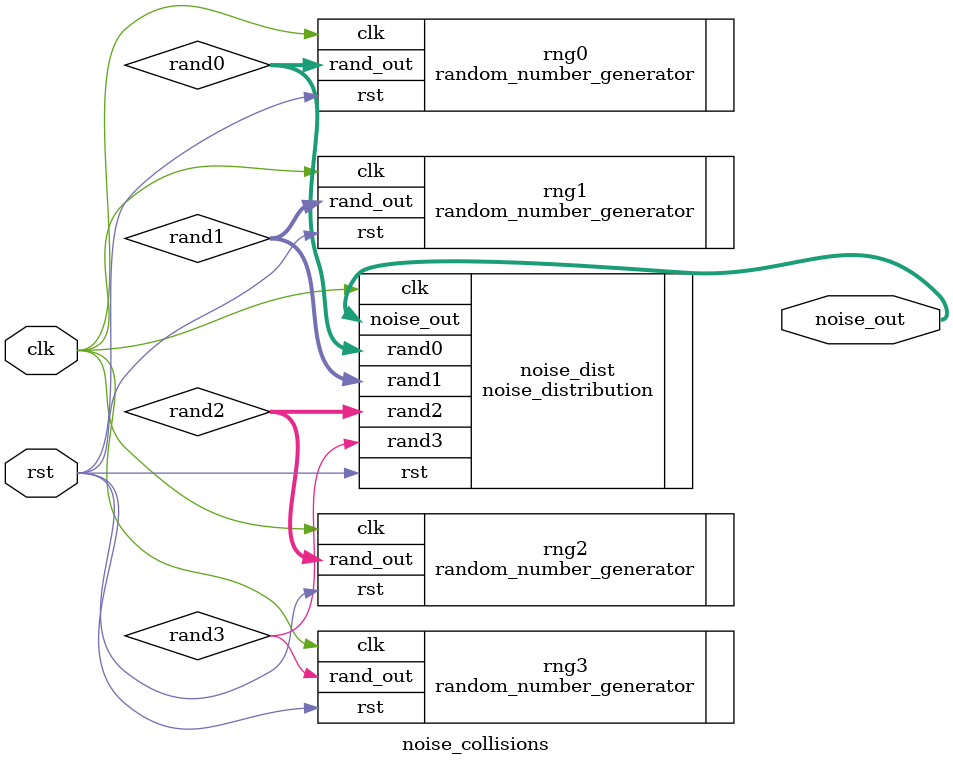
<source format=v>
module noise_collisions
#(
	parameter RAND_BITS = 10,
	parameter NOISE_OUT_BITS = 15,
	parameter MEM_NOISE_SIZE = 2**10,
	parameter MEM_NOISE0 = "NOISE_PART1.mif",
	parameter MEM_NOISE1 = "NOISE_PART2.mif",
	parameter MEM_NOISE2 = "NOISE_PART3.mif",
	//parameter MEM_NOISE0_THRESH = 1014,  //2 ADC
	//parameter MEM_NOISE1_THRESH = 1018   //2 ADC
	parameter MEM_NOISE0_THRESH = 1007,    // 8 ADC = 2 antigo * 4
	parameter MEM_NOISE1_THRESH = 1007     // 8 ADC = 2 antigo * 4
)
(
	input clk, rst,
	output signed [NOISE_OUT_BITS-1:0] noise_out
);


wire [RAND_BITS-1:0] rand0, rand1,rand2;
wire rand3;

random_number_generator
#(
	.RAND_OUT_SIZE(RAND_BITS),
	.LFSR_B(42),
	.SEED0(64'd3385518173586546),
	.SEED1(64'd3257678097006247),
	.SEED2(64'd1664473063922978),
	.SEED3(64'd2714018771534493),
	.SEED4(64'd4331765364734975),
	.SEED5(64'd3402324907939173),
	.SEED6(64'd1799718571452818)
) rng0
(
	.clk(clk), 
	.rst(rst),
	.rand_out(rand0)
);



random_number_generator
#(
	.RAND_OUT_SIZE(RAND_BITS),
	.LFSR_B(42),
	.SEED0(64'd551112509180781),
	.SEED1(64'd233547771528969),
	.SEED2(64'd2861039761049085),
	.SEED3(64'd3889845561991016),
	.SEED4(64'd2087774526352312),
	.SEED5(64'd1129108949171845),
	.SEED6(64'd4160722510354627)
) rng1
(
	.clk(clk), 
	.rst(rst),
	.rand_out(rand1)
);




random_number_generator
#(
	.RAND_OUT_SIZE(RAND_BITS),
	.LFSR_B(42),
	.SEED0(64'd267283878329760),
	.SEED1(64'd1459877861036897),
	.SEED2(64'd2178239822101905),
	.SEED3(64'd2324069583403116),
	.SEED4(64'd181753746744021),
	.SEED5(64'd416767256544381),
	.SEED6(64'd1416850994240968)
) rng2
(
	.clk(clk), 
	.rst(rst),
	.rand_out(rand2)
);

random_number_generator
#(
	.RAND_OUT_SIZE(1),
	.LFSR_B(42),
	.SEED0(64'd2007696818806566),
	.SEED1(64'd1332771774909742),
	.SEED2(64'd2539737469039079),
	.SEED3(64'd3429572373385172),
	.SEED4(64'd3852594244376466),
	.SEED5(64'd3530743663732372),
	.SEED6(64'd2041128471816763)
) rng3
(
	.clk(clk), 
	.rst(rst),
	.rand_out(rand3)
);

noise_distribution
#(
	.RAND_IN_BITS(RAND_BITS),
	.NOISE_OUT_BITS(NOISE_OUT_BITS),
	.MEM_NOISE_SIZE(MEM_NOISE_SIZE),
	.MEM_NOISE0(MEM_NOISE0),
	.MEM_NOISE1(MEM_NOISE1),
	.MEM_NOISE2(MEM_NOISE2),
	.MEM_NOISE0_THRESH(MEM_NOISE0_THRESH),
	.MEM_NOISE1_THRESH(MEM_NOISE1_THRESH)
)noise_dist
(
	.clk(clk),
	.rst(rst),
	.rand0(rand0),
	.rand1(rand1),
	.rand2(rand2),
	.rand3(rand3),
	.noise_out(noise_out)
);

endmodule
</source>
